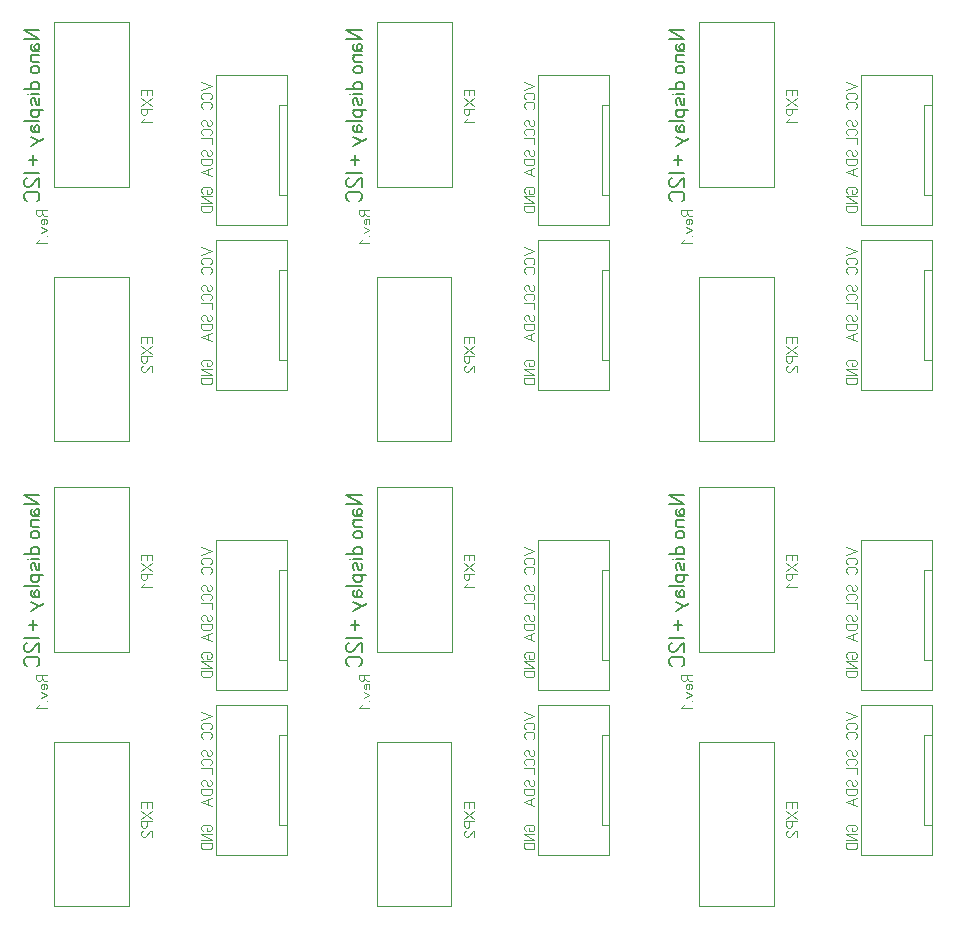
<source format=gbr>
%FSLAX34Y34*%
%MOMM*%
%LNSILK_BOTTOM*%
G71*
G01*
%ADD10C, 0.100*%
%ADD11C, 0.111*%
%ADD12C, 0.167*%
%LPD*%
G54D10*
X279400Y-215900D02*
X219075Y-215900D01*
G54D10*
X279400Y-88900D02*
X219075Y-88900D01*
X219075Y-215900D01*
G54D10*
X279400Y-215900D02*
X279400Y-88900D01*
G54D10*
X279400Y-190500D02*
X273050Y-190500D01*
X273050Y-114300D01*
X279400Y-114300D01*
G54D10*
X279400Y-355600D02*
X219075Y-355600D01*
G54D10*
X279400Y-228600D02*
X219075Y-228600D01*
X219075Y-355600D01*
G54D10*
X279400Y-355600D02*
X279400Y-228600D01*
G54D10*
X279400Y-330200D02*
X273050Y-330200D01*
X273050Y-254000D01*
X279400Y-254000D01*
G54D10*
X82550Y-44450D02*
X146050Y-44450D01*
X146050Y-184150D01*
X82550Y-184150D01*
X82550Y-44450D01*
G54D10*
X82550Y-260350D02*
X145250Y-260350D01*
X145250Y-399196D01*
X82550Y-399196D01*
X82550Y-260350D01*
G54D11*
X207011Y-95250D02*
X215900Y-98583D01*
X207011Y-101917D01*
G54D11*
X214233Y-109694D02*
X215344Y-109028D01*
X215900Y-107694D01*
X215900Y-106361D01*
X215344Y-105028D01*
X214233Y-104361D01*
X208678Y-104361D01*
X207567Y-105028D01*
X207011Y-106361D01*
X207011Y-107694D01*
X207567Y-109028D01*
X208678Y-109694D01*
G54D11*
X214233Y-117471D02*
X215344Y-116805D01*
X215900Y-115471D01*
X215900Y-114138D01*
X215344Y-112805D01*
X214233Y-112138D01*
X208678Y-112138D01*
X207567Y-112805D01*
X207011Y-114138D01*
X207011Y-115471D01*
X207567Y-116805D01*
X208678Y-117471D01*
G54D11*
X214233Y-127000D02*
X215344Y-127667D01*
X215900Y-129000D01*
X215900Y-130333D01*
X215344Y-131667D01*
X214233Y-132333D01*
X213122Y-132333D01*
X212011Y-131667D01*
X211456Y-130333D01*
X211456Y-129000D01*
X210900Y-127667D01*
X209789Y-127000D01*
X208678Y-127000D01*
X207567Y-127667D01*
X207011Y-129000D01*
X207011Y-130333D01*
X207567Y-131667D01*
X208678Y-132333D01*
G54D11*
X214233Y-140110D02*
X215344Y-139444D01*
X215900Y-138110D01*
X215900Y-136777D01*
X215344Y-135444D01*
X214233Y-134777D01*
X208678Y-134777D01*
X207567Y-135444D01*
X207011Y-136777D01*
X207011Y-138110D01*
X207567Y-139444D01*
X208678Y-140110D01*
G54D11*
X207011Y-142554D02*
X215900Y-142554D01*
X215900Y-147221D01*
G54D11*
X214233Y-152400D02*
X215344Y-153067D01*
X215900Y-154400D01*
X215900Y-155733D01*
X215344Y-157067D01*
X214233Y-157733D01*
X213122Y-157733D01*
X212011Y-157067D01*
X211456Y-155733D01*
X211456Y-154400D01*
X210900Y-153067D01*
X209789Y-152400D01*
X208678Y-152400D01*
X207567Y-153067D01*
X207011Y-154400D01*
X207011Y-155733D01*
X207567Y-157067D01*
X208678Y-157733D01*
G54D11*
X215900Y-160177D02*
X207011Y-160177D01*
X207011Y-163510D01*
X207567Y-164844D01*
X208678Y-165510D01*
X214233Y-165510D01*
X215344Y-164844D01*
X215900Y-163510D01*
X215900Y-160177D01*
G54D11*
X215900Y-167954D02*
X207011Y-171287D01*
X215900Y-174621D01*
G54D11*
X212567Y-169287D02*
X212567Y-173287D01*
G54D11*
X211456Y-186817D02*
X211456Y-189483D01*
X214233Y-189483D01*
X215344Y-188817D01*
X215900Y-187483D01*
X215900Y-186150D01*
X215344Y-184817D01*
X214233Y-184150D01*
X208678Y-184150D01*
X207567Y-184817D01*
X207011Y-186150D01*
X207011Y-187483D01*
X207567Y-188817D01*
X208678Y-189483D01*
G54D11*
X215900Y-191927D02*
X207011Y-191927D01*
X215900Y-197260D01*
X207011Y-197260D01*
G54D11*
X215900Y-199704D02*
X207011Y-199704D01*
X207011Y-203037D01*
X207567Y-204371D01*
X208678Y-205037D01*
X214233Y-205037D01*
X215344Y-204371D01*
X215900Y-203037D01*
X215900Y-199704D01*
G54D11*
X207011Y-234950D02*
X215900Y-238283D01*
X207011Y-241617D01*
G54D11*
X214233Y-249394D02*
X215344Y-248728D01*
X215900Y-247394D01*
X215900Y-246061D01*
X215344Y-244728D01*
X214233Y-244061D01*
X208678Y-244061D01*
X207567Y-244728D01*
X207011Y-246061D01*
X207011Y-247394D01*
X207567Y-248728D01*
X208678Y-249394D01*
G54D11*
X214233Y-257171D02*
X215344Y-256505D01*
X215900Y-255171D01*
X215900Y-253838D01*
X215344Y-252505D01*
X214233Y-251838D01*
X208678Y-251838D01*
X207567Y-252505D01*
X207011Y-253838D01*
X207011Y-255171D01*
X207567Y-256505D01*
X208678Y-257171D01*
G54D11*
X214233Y-266700D02*
X215344Y-267367D01*
X215900Y-268700D01*
X215900Y-270033D01*
X215344Y-271367D01*
X214233Y-272033D01*
X213122Y-272033D01*
X212011Y-271367D01*
X211456Y-270033D01*
X211456Y-268700D01*
X210900Y-267367D01*
X209789Y-266700D01*
X208678Y-266700D01*
X207567Y-267367D01*
X207011Y-268700D01*
X207011Y-270033D01*
X207567Y-271367D01*
X208678Y-272033D01*
G54D11*
X214233Y-279810D02*
X215344Y-279144D01*
X215900Y-277810D01*
X215900Y-276477D01*
X215344Y-275144D01*
X214233Y-274477D01*
X208678Y-274477D01*
X207567Y-275144D01*
X207011Y-276477D01*
X207011Y-277810D01*
X207567Y-279144D01*
X208678Y-279810D01*
G54D11*
X207011Y-282254D02*
X215900Y-282254D01*
X215900Y-286921D01*
G54D11*
X214233Y-292100D02*
X215344Y-292767D01*
X215900Y-294100D01*
X215900Y-295433D01*
X215344Y-296767D01*
X214233Y-297433D01*
X213122Y-297433D01*
X212011Y-296767D01*
X211456Y-295433D01*
X211456Y-294100D01*
X210900Y-292767D01*
X209789Y-292100D01*
X208678Y-292100D01*
X207567Y-292767D01*
X207011Y-294100D01*
X207011Y-295433D01*
X207567Y-296767D01*
X208678Y-297433D01*
G54D11*
X215900Y-299877D02*
X207011Y-299877D01*
X207011Y-303210D01*
X207567Y-304544D01*
X208678Y-305210D01*
X214233Y-305210D01*
X215344Y-304544D01*
X215900Y-303210D01*
X215900Y-299877D01*
G54D11*
X215900Y-307654D02*
X207011Y-310987D01*
X215900Y-314321D01*
G54D11*
X212567Y-308987D02*
X212567Y-312987D01*
G54D11*
X211456Y-332867D02*
X211456Y-335533D01*
X214233Y-335533D01*
X215344Y-334867D01*
X215900Y-333533D01*
X215900Y-332200D01*
X215344Y-330867D01*
X214233Y-330200D01*
X208678Y-330200D01*
X207567Y-330867D01*
X207011Y-332200D01*
X207011Y-333533D01*
X207567Y-334867D01*
X208678Y-335533D01*
G54D11*
X215900Y-337977D02*
X207011Y-337977D01*
X215900Y-343310D01*
X207011Y-343310D01*
G54D11*
X215900Y-345754D02*
X207011Y-345754D01*
X207011Y-349087D01*
X207567Y-350421D01*
X208678Y-351087D01*
X214233Y-351087D01*
X215344Y-350421D01*
X215900Y-349087D01*
X215900Y-345754D01*
G54D11*
X165100Y-106267D02*
X165100Y-101600D01*
X156211Y-101600D01*
X156211Y-106267D01*
G54D11*
X160656Y-101600D02*
X160656Y-106267D01*
G54D11*
X156211Y-108711D02*
X165100Y-115378D01*
G54D11*
X165100Y-108711D02*
X156211Y-115378D01*
G54D11*
X165100Y-117822D02*
X156211Y-117822D01*
X156211Y-121155D01*
X156767Y-122489D01*
X157878Y-123155D01*
X158989Y-123155D01*
X160100Y-122489D01*
X160656Y-121155D01*
X160656Y-117822D01*
G54D11*
X159544Y-125599D02*
X156211Y-128932D01*
X165100Y-128932D01*
G54D11*
X165100Y-315817D02*
X165100Y-311150D01*
X156211Y-311150D01*
X156211Y-315817D01*
G54D11*
X160656Y-311150D02*
X160656Y-315817D01*
G54D11*
X156211Y-318261D02*
X165100Y-324928D01*
G54D11*
X165100Y-318261D02*
X156211Y-324928D01*
G54D11*
X165100Y-327372D02*
X156211Y-327372D01*
X156211Y-330705D01*
X156767Y-332039D01*
X157878Y-332705D01*
X158989Y-332705D01*
X160100Y-332039D01*
X160656Y-330705D01*
X160656Y-327372D01*
G54D11*
X165100Y-340482D02*
X165100Y-335149D01*
X164544Y-335149D01*
X163433Y-335816D01*
X160100Y-339816D01*
X158989Y-340482D01*
X157878Y-340482D01*
X156767Y-339816D01*
X156211Y-338482D01*
X156211Y-337149D01*
X156767Y-335816D01*
X157878Y-335149D01*
G54D12*
X69850Y-50800D02*
X56517Y-50800D01*
X69850Y-58800D01*
X56517Y-58800D01*
G54D12*
X63183Y-62467D02*
X62350Y-64467D01*
X62350Y-66867D01*
X64017Y-68467D01*
X69850Y-68467D01*
G54D12*
X67350Y-68467D02*
X65683Y-67467D01*
X65350Y-65467D01*
X65683Y-63467D01*
X67350Y-62467D01*
X69017Y-62867D01*
X69850Y-64467D01*
X69850Y-65467D01*
X69850Y-65867D01*
X69017Y-67467D01*
X67350Y-68467D01*
G54D12*
X69850Y-72134D02*
X62350Y-72134D01*
G54D12*
X64017Y-72134D02*
X62850Y-73134D01*
X62350Y-75134D01*
X62850Y-77134D01*
X64017Y-78134D01*
X69850Y-78134D01*
G54D12*
X67850Y-87801D02*
X64517Y-87801D01*
X62850Y-86801D01*
X62350Y-84801D01*
X62850Y-82801D01*
X64517Y-81801D01*
X67850Y-81801D01*
X69517Y-82801D01*
X69850Y-84801D01*
X69517Y-86801D01*
X67850Y-87801D01*
G54D12*
X69850Y-101335D02*
X56517Y-101335D01*
G54D12*
X64517Y-101335D02*
X62850Y-100335D01*
X62350Y-98335D01*
X62850Y-96335D01*
X64517Y-95335D01*
X67850Y-95335D01*
X69517Y-96335D01*
X69850Y-98335D01*
X69517Y-100335D01*
X67850Y-101335D01*
G54D12*
X69850Y-105002D02*
X62350Y-105002D01*
G54D12*
X59850Y-105002D02*
X59850Y-105002D01*
G54D12*
X69017Y-108669D02*
X69850Y-110669D01*
X69850Y-112669D01*
X69017Y-114669D01*
X67350Y-114669D01*
X66517Y-113669D01*
X65683Y-109669D01*
X64850Y-108669D01*
X63183Y-108669D01*
X62350Y-110669D01*
X62350Y-112669D01*
X63183Y-114669D01*
G54D12*
X62350Y-118336D02*
X73183Y-118336D01*
G54D12*
X67350Y-118336D02*
X69517Y-119336D01*
X69850Y-121336D01*
X69517Y-123336D01*
X67850Y-124336D01*
X64517Y-124336D01*
X62850Y-123336D01*
X62350Y-121336D01*
X62850Y-119336D01*
X64850Y-118336D01*
G54D12*
X69850Y-128003D02*
X56517Y-128003D01*
G54D12*
X63183Y-131670D02*
X62350Y-133670D01*
X62350Y-136070D01*
X64017Y-137670D01*
X69850Y-137670D01*
G54D12*
X67350Y-137670D02*
X65683Y-136670D01*
X65350Y-134670D01*
X65683Y-132670D01*
X67350Y-131670D01*
X69017Y-132070D01*
X69850Y-133670D01*
X69850Y-134670D01*
X69850Y-135070D01*
X69017Y-136670D01*
X67350Y-137670D01*
G54D12*
X62350Y-141337D02*
X69850Y-145337D01*
X62350Y-149337D01*
G54D12*
X69850Y-145337D02*
X72350Y-144337D01*
X73183Y-143337D01*
X73183Y-142337D01*
G54D12*
X64017Y-156871D02*
X64017Y-164871D01*
G54D12*
X60683Y-160871D02*
X67350Y-160871D01*
G54D12*
X69850Y-172405D02*
X56517Y-172405D01*
G54D12*
X69850Y-184072D02*
X69850Y-176072D01*
X69017Y-176072D01*
X67350Y-177072D01*
X62350Y-183072D01*
X60683Y-184072D01*
X59017Y-184072D01*
X57350Y-183072D01*
X56517Y-181072D01*
X56517Y-179072D01*
X57350Y-177072D01*
X59017Y-176072D01*
G54D12*
X67350Y-195739D02*
X69017Y-194739D01*
X69850Y-192739D01*
X69850Y-190739D01*
X69017Y-188739D01*
X67350Y-187739D01*
X59017Y-187739D01*
X57350Y-188739D01*
X56517Y-190739D01*
X56517Y-192739D01*
X57350Y-194739D01*
X59017Y-195739D01*
G54D11*
X71756Y-205867D02*
X72867Y-207867D01*
X73978Y-208533D01*
X76200Y-208533D01*
G54D11*
X76200Y-203200D02*
X67311Y-203200D01*
X67311Y-206533D01*
X67867Y-207867D01*
X68978Y-208533D01*
X70089Y-208533D01*
X71200Y-207867D01*
X71756Y-206533D01*
X71756Y-203200D01*
G54D11*
X75644Y-214977D02*
X76200Y-213910D01*
X76200Y-212577D01*
X75644Y-211244D01*
X74533Y-210977D01*
X72644Y-210977D01*
X71533Y-211644D01*
X71200Y-212977D01*
X71533Y-214310D01*
X72311Y-214977D01*
X73422Y-214977D01*
X73422Y-210977D01*
G54D11*
X71200Y-217421D02*
X76200Y-220088D01*
X71200Y-222754D01*
G54D11*
X76200Y-225198D02*
X76200Y-225198D01*
G54D11*
X70644Y-227642D02*
X67311Y-230975D01*
X76200Y-230975D01*
G54D10*
X552450Y-215900D02*
X492125Y-215900D01*
G54D10*
X552450Y-88900D02*
X492125Y-88900D01*
X492125Y-215900D01*
G54D10*
X552450Y-215900D02*
X552450Y-88900D01*
G54D10*
X552450Y-190500D02*
X546100Y-190500D01*
X546100Y-114300D01*
X552450Y-114300D01*
G54D10*
X552450Y-355600D02*
X492125Y-355600D01*
G54D10*
X552450Y-228600D02*
X492125Y-228600D01*
X492125Y-355600D01*
G54D10*
X552450Y-355600D02*
X552450Y-228600D01*
G54D10*
X552450Y-330200D02*
X546100Y-330200D01*
X546100Y-254000D01*
X552450Y-254000D01*
G54D10*
X355600Y-44450D02*
X419100Y-44450D01*
X419100Y-184150D01*
X355600Y-184150D01*
X355600Y-44450D01*
G54D10*
X355600Y-260350D02*
X418300Y-260350D01*
X418300Y-399196D01*
X355600Y-399196D01*
X355600Y-260350D01*
G54D11*
X480061Y-95250D02*
X488950Y-98583D01*
X480061Y-101917D01*
G54D11*
X487283Y-109694D02*
X488394Y-109028D01*
X488950Y-107694D01*
X488950Y-106361D01*
X488394Y-105028D01*
X487283Y-104361D01*
X481728Y-104361D01*
X480617Y-105028D01*
X480061Y-106361D01*
X480061Y-107694D01*
X480617Y-109028D01*
X481728Y-109694D01*
G54D11*
X487283Y-117471D02*
X488394Y-116805D01*
X488950Y-115471D01*
X488950Y-114138D01*
X488394Y-112805D01*
X487283Y-112138D01*
X481728Y-112138D01*
X480617Y-112805D01*
X480061Y-114138D01*
X480061Y-115471D01*
X480617Y-116805D01*
X481728Y-117471D01*
G54D11*
X487283Y-127000D02*
X488394Y-127667D01*
X488950Y-129000D01*
X488950Y-130333D01*
X488394Y-131667D01*
X487283Y-132333D01*
X486172Y-132333D01*
X485061Y-131667D01*
X484506Y-130333D01*
X484506Y-129000D01*
X483950Y-127667D01*
X482839Y-127000D01*
X481728Y-127000D01*
X480617Y-127667D01*
X480061Y-129000D01*
X480061Y-130333D01*
X480617Y-131667D01*
X481728Y-132333D01*
G54D11*
X487283Y-140110D02*
X488394Y-139444D01*
X488950Y-138110D01*
X488950Y-136777D01*
X488394Y-135444D01*
X487283Y-134777D01*
X481728Y-134777D01*
X480617Y-135444D01*
X480061Y-136777D01*
X480061Y-138110D01*
X480617Y-139444D01*
X481728Y-140110D01*
G54D11*
X480061Y-142554D02*
X488950Y-142554D01*
X488950Y-147221D01*
G54D11*
X487283Y-152400D02*
X488394Y-153067D01*
X488950Y-154400D01*
X488950Y-155733D01*
X488394Y-157067D01*
X487283Y-157733D01*
X486172Y-157733D01*
X485061Y-157067D01*
X484506Y-155733D01*
X484506Y-154400D01*
X483950Y-153067D01*
X482839Y-152400D01*
X481728Y-152400D01*
X480617Y-153067D01*
X480061Y-154400D01*
X480061Y-155733D01*
X480617Y-157067D01*
X481728Y-157733D01*
G54D11*
X488950Y-160177D02*
X480061Y-160177D01*
X480061Y-163510D01*
X480617Y-164844D01*
X481728Y-165510D01*
X487283Y-165510D01*
X488394Y-164844D01*
X488950Y-163510D01*
X488950Y-160177D01*
G54D11*
X488950Y-167954D02*
X480061Y-171287D01*
X488950Y-174621D01*
G54D11*
X485617Y-169287D02*
X485617Y-173287D01*
G54D11*
X484506Y-186817D02*
X484506Y-189483D01*
X487283Y-189483D01*
X488394Y-188817D01*
X488950Y-187483D01*
X488950Y-186150D01*
X488394Y-184817D01*
X487283Y-184150D01*
X481728Y-184150D01*
X480617Y-184817D01*
X480061Y-186150D01*
X480061Y-187483D01*
X480617Y-188817D01*
X481728Y-189483D01*
G54D11*
X488950Y-191927D02*
X480061Y-191927D01*
X488950Y-197260D01*
X480061Y-197260D01*
G54D11*
X488950Y-199704D02*
X480061Y-199704D01*
X480061Y-203037D01*
X480617Y-204371D01*
X481728Y-205037D01*
X487283Y-205037D01*
X488394Y-204371D01*
X488950Y-203037D01*
X488950Y-199704D01*
G54D11*
X480061Y-234950D02*
X488950Y-238283D01*
X480061Y-241617D01*
G54D11*
X487283Y-249394D02*
X488394Y-248728D01*
X488950Y-247394D01*
X488950Y-246061D01*
X488394Y-244728D01*
X487283Y-244061D01*
X481728Y-244061D01*
X480617Y-244728D01*
X480061Y-246061D01*
X480061Y-247394D01*
X480617Y-248728D01*
X481728Y-249394D01*
G54D11*
X487283Y-257171D02*
X488394Y-256505D01*
X488950Y-255171D01*
X488950Y-253838D01*
X488394Y-252505D01*
X487283Y-251838D01*
X481728Y-251838D01*
X480617Y-252505D01*
X480061Y-253838D01*
X480061Y-255171D01*
X480617Y-256505D01*
X481728Y-257171D01*
G54D11*
X487283Y-266700D02*
X488394Y-267367D01*
X488950Y-268700D01*
X488950Y-270033D01*
X488394Y-271367D01*
X487283Y-272033D01*
X486172Y-272033D01*
X485061Y-271367D01*
X484506Y-270033D01*
X484506Y-268700D01*
X483950Y-267367D01*
X482839Y-266700D01*
X481728Y-266700D01*
X480617Y-267367D01*
X480061Y-268700D01*
X480061Y-270033D01*
X480617Y-271367D01*
X481728Y-272033D01*
G54D11*
X487283Y-279810D02*
X488394Y-279144D01*
X488950Y-277810D01*
X488950Y-276477D01*
X488394Y-275144D01*
X487283Y-274477D01*
X481728Y-274477D01*
X480617Y-275144D01*
X480061Y-276477D01*
X480061Y-277810D01*
X480617Y-279144D01*
X481728Y-279810D01*
G54D11*
X480061Y-282254D02*
X488950Y-282254D01*
X488950Y-286921D01*
G54D11*
X487283Y-292100D02*
X488394Y-292767D01*
X488950Y-294100D01*
X488950Y-295433D01*
X488394Y-296767D01*
X487283Y-297433D01*
X486172Y-297433D01*
X485061Y-296767D01*
X484506Y-295433D01*
X484506Y-294100D01*
X483950Y-292767D01*
X482839Y-292100D01*
X481728Y-292100D01*
X480617Y-292767D01*
X480061Y-294100D01*
X480061Y-295433D01*
X480617Y-296767D01*
X481728Y-297433D01*
G54D11*
X488950Y-299877D02*
X480061Y-299877D01*
X480061Y-303210D01*
X480617Y-304544D01*
X481728Y-305210D01*
X487283Y-305210D01*
X488394Y-304544D01*
X488950Y-303210D01*
X488950Y-299877D01*
G54D11*
X488950Y-307654D02*
X480061Y-310987D01*
X488950Y-314321D01*
G54D11*
X485617Y-308987D02*
X485617Y-312987D01*
G54D11*
X484506Y-332867D02*
X484506Y-335533D01*
X487283Y-335533D01*
X488394Y-334867D01*
X488950Y-333533D01*
X488950Y-332200D01*
X488394Y-330867D01*
X487283Y-330200D01*
X481728Y-330200D01*
X480617Y-330867D01*
X480061Y-332200D01*
X480061Y-333533D01*
X480617Y-334867D01*
X481728Y-335533D01*
G54D11*
X488950Y-337977D02*
X480061Y-337977D01*
X488950Y-343310D01*
X480061Y-343310D01*
G54D11*
X488950Y-345754D02*
X480061Y-345754D01*
X480061Y-349087D01*
X480617Y-350421D01*
X481728Y-351087D01*
X487283Y-351087D01*
X488394Y-350421D01*
X488950Y-349087D01*
X488950Y-345754D01*
G54D11*
X438150Y-106267D02*
X438150Y-101600D01*
X429261Y-101600D01*
X429261Y-106267D01*
G54D11*
X433706Y-101600D02*
X433706Y-106267D01*
G54D11*
X429261Y-108711D02*
X438150Y-115378D01*
G54D11*
X438150Y-108711D02*
X429261Y-115378D01*
G54D11*
X438150Y-117822D02*
X429261Y-117822D01*
X429261Y-121155D01*
X429817Y-122489D01*
X430928Y-123155D01*
X432039Y-123155D01*
X433150Y-122489D01*
X433706Y-121155D01*
X433706Y-117822D01*
G54D11*
X432594Y-125599D02*
X429261Y-128932D01*
X438150Y-128932D01*
G54D11*
X438150Y-315817D02*
X438150Y-311150D01*
X429261Y-311150D01*
X429261Y-315817D01*
G54D11*
X433706Y-311150D02*
X433706Y-315817D01*
G54D11*
X429261Y-318261D02*
X438150Y-324928D01*
G54D11*
X438150Y-318261D02*
X429261Y-324928D01*
G54D11*
X438150Y-327372D02*
X429261Y-327372D01*
X429261Y-330705D01*
X429817Y-332039D01*
X430928Y-332705D01*
X432039Y-332705D01*
X433150Y-332039D01*
X433706Y-330705D01*
X433706Y-327372D01*
G54D11*
X438150Y-340482D02*
X438150Y-335149D01*
X437594Y-335149D01*
X436483Y-335816D01*
X433150Y-339816D01*
X432039Y-340482D01*
X430928Y-340482D01*
X429817Y-339816D01*
X429261Y-338482D01*
X429261Y-337149D01*
X429817Y-335816D01*
X430928Y-335149D01*
G54D12*
X342900Y-50800D02*
X329567Y-50800D01*
X342900Y-58800D01*
X329567Y-58800D01*
G54D12*
X336233Y-62467D02*
X335400Y-64467D01*
X335400Y-66867D01*
X337067Y-68467D01*
X342900Y-68467D01*
G54D12*
X340400Y-68467D02*
X338733Y-67467D01*
X338400Y-65467D01*
X338733Y-63467D01*
X340400Y-62467D01*
X342067Y-62867D01*
X342900Y-64467D01*
X342900Y-65467D01*
X342900Y-65867D01*
X342067Y-67467D01*
X340400Y-68467D01*
G54D12*
X342900Y-72134D02*
X335400Y-72134D01*
G54D12*
X337067Y-72134D02*
X335900Y-73134D01*
X335400Y-75134D01*
X335900Y-77134D01*
X337067Y-78134D01*
X342900Y-78134D01*
G54D12*
X340900Y-87801D02*
X337567Y-87801D01*
X335900Y-86801D01*
X335400Y-84801D01*
X335900Y-82801D01*
X337567Y-81801D01*
X340900Y-81801D01*
X342567Y-82801D01*
X342900Y-84801D01*
X342567Y-86801D01*
X340900Y-87801D01*
G54D12*
X342900Y-101335D02*
X329567Y-101335D01*
G54D12*
X337567Y-101335D02*
X335900Y-100335D01*
X335400Y-98335D01*
X335900Y-96335D01*
X337567Y-95335D01*
X340900Y-95335D01*
X342567Y-96335D01*
X342900Y-98335D01*
X342567Y-100335D01*
X340900Y-101335D01*
G54D12*
X342900Y-105002D02*
X335400Y-105002D01*
G54D12*
X332900Y-105002D02*
X332900Y-105002D01*
G54D12*
X342067Y-108669D02*
X342900Y-110669D01*
X342900Y-112669D01*
X342067Y-114669D01*
X340400Y-114669D01*
X339567Y-113669D01*
X338733Y-109669D01*
X337900Y-108669D01*
X336233Y-108669D01*
X335400Y-110669D01*
X335400Y-112669D01*
X336233Y-114669D01*
G54D12*
X335400Y-118336D02*
X346233Y-118336D01*
G54D12*
X340400Y-118336D02*
X342567Y-119336D01*
X342900Y-121336D01*
X342567Y-123336D01*
X340900Y-124336D01*
X337567Y-124336D01*
X335900Y-123336D01*
X335400Y-121336D01*
X335900Y-119336D01*
X337900Y-118336D01*
G54D12*
X342900Y-128003D02*
X329567Y-128003D01*
G54D12*
X336233Y-131670D02*
X335400Y-133670D01*
X335400Y-136070D01*
X337067Y-137670D01*
X342900Y-137670D01*
G54D12*
X340400Y-137670D02*
X338733Y-136670D01*
X338400Y-134670D01*
X338733Y-132670D01*
X340400Y-131670D01*
X342067Y-132070D01*
X342900Y-133670D01*
X342900Y-134670D01*
X342900Y-135070D01*
X342067Y-136670D01*
X340400Y-137670D01*
G54D12*
X335400Y-141337D02*
X342900Y-145337D01*
X335400Y-149337D01*
G54D12*
X342900Y-145337D02*
X345400Y-144337D01*
X346233Y-143337D01*
X346233Y-142337D01*
G54D12*
X337067Y-156871D02*
X337067Y-164871D01*
G54D12*
X333733Y-160871D02*
X340400Y-160871D01*
G54D12*
X342900Y-172405D02*
X329567Y-172405D01*
G54D12*
X342900Y-184072D02*
X342900Y-176072D01*
X342067Y-176072D01*
X340400Y-177072D01*
X335400Y-183072D01*
X333733Y-184072D01*
X332067Y-184072D01*
X330400Y-183072D01*
X329567Y-181072D01*
X329567Y-179072D01*
X330400Y-177072D01*
X332067Y-176072D01*
G54D12*
X340400Y-195739D02*
X342067Y-194739D01*
X342900Y-192739D01*
X342900Y-190739D01*
X342067Y-188739D01*
X340400Y-187739D01*
X332067Y-187739D01*
X330400Y-188739D01*
X329567Y-190739D01*
X329567Y-192739D01*
X330400Y-194739D01*
X332067Y-195739D01*
G54D11*
X344806Y-205867D02*
X345917Y-207867D01*
X347028Y-208533D01*
X349250Y-208533D01*
G54D11*
X349250Y-203200D02*
X340361Y-203200D01*
X340361Y-206533D01*
X340917Y-207867D01*
X342028Y-208533D01*
X343139Y-208533D01*
X344250Y-207867D01*
X344806Y-206533D01*
X344806Y-203200D01*
G54D11*
X348694Y-214977D02*
X349250Y-213910D01*
X349250Y-212577D01*
X348694Y-211244D01*
X347583Y-210977D01*
X345694Y-210977D01*
X344583Y-211644D01*
X344250Y-212977D01*
X344583Y-214310D01*
X345361Y-214977D01*
X346472Y-214977D01*
X346472Y-210977D01*
G54D11*
X344250Y-217421D02*
X349250Y-220088D01*
X344250Y-222754D01*
G54D11*
X349250Y-225198D02*
X349250Y-225198D01*
G54D11*
X343694Y-227642D02*
X340361Y-230975D01*
X349250Y-230975D01*
G54D10*
X825500Y-215900D02*
X765175Y-215900D01*
G54D10*
X825500Y-88900D02*
X765175Y-88900D01*
X765175Y-215900D01*
G54D10*
X825500Y-215900D02*
X825500Y-88900D01*
G54D10*
X825500Y-190500D02*
X819150Y-190500D01*
X819150Y-114300D01*
X825500Y-114300D01*
G54D10*
X825500Y-355600D02*
X765175Y-355600D01*
G54D10*
X825500Y-228600D02*
X765175Y-228600D01*
X765175Y-355600D01*
G54D10*
X825500Y-355600D02*
X825500Y-228600D01*
G54D10*
X825500Y-330200D02*
X819150Y-330200D01*
X819150Y-254000D01*
X825500Y-254000D01*
G54D10*
X628650Y-44450D02*
X692150Y-44450D01*
X692150Y-184150D01*
X628650Y-184150D01*
X628650Y-44450D01*
G54D10*
X628650Y-260350D02*
X691350Y-260350D01*
X691350Y-399196D01*
X628650Y-399196D01*
X628650Y-260350D01*
G54D11*
X753111Y-95250D02*
X762000Y-98583D01*
X753111Y-101917D01*
G54D11*
X760333Y-109694D02*
X761444Y-109028D01*
X762000Y-107694D01*
X762000Y-106361D01*
X761444Y-105028D01*
X760333Y-104361D01*
X754778Y-104361D01*
X753667Y-105028D01*
X753111Y-106361D01*
X753111Y-107694D01*
X753667Y-109028D01*
X754778Y-109694D01*
G54D11*
X760333Y-117471D02*
X761444Y-116805D01*
X762000Y-115471D01*
X762000Y-114138D01*
X761444Y-112805D01*
X760333Y-112138D01*
X754778Y-112138D01*
X753667Y-112805D01*
X753111Y-114138D01*
X753111Y-115471D01*
X753667Y-116805D01*
X754778Y-117471D01*
G54D11*
X760333Y-127000D02*
X761444Y-127667D01*
X762000Y-129000D01*
X762000Y-130333D01*
X761444Y-131667D01*
X760333Y-132333D01*
X759222Y-132333D01*
X758111Y-131667D01*
X757556Y-130333D01*
X757556Y-129000D01*
X757000Y-127667D01*
X755889Y-127000D01*
X754778Y-127000D01*
X753667Y-127667D01*
X753111Y-129000D01*
X753111Y-130333D01*
X753667Y-131667D01*
X754778Y-132333D01*
G54D11*
X760333Y-140110D02*
X761444Y-139444D01*
X762000Y-138110D01*
X762000Y-136777D01*
X761444Y-135444D01*
X760333Y-134777D01*
X754778Y-134777D01*
X753667Y-135444D01*
X753111Y-136777D01*
X753111Y-138110D01*
X753667Y-139444D01*
X754778Y-140110D01*
G54D11*
X753111Y-142554D02*
X762000Y-142554D01*
X762000Y-147221D01*
G54D11*
X760333Y-152400D02*
X761444Y-153067D01*
X762000Y-154400D01*
X762000Y-155733D01*
X761444Y-157067D01*
X760333Y-157733D01*
X759222Y-157733D01*
X758111Y-157067D01*
X757556Y-155733D01*
X757556Y-154400D01*
X757000Y-153067D01*
X755889Y-152400D01*
X754778Y-152400D01*
X753667Y-153067D01*
X753111Y-154400D01*
X753111Y-155733D01*
X753667Y-157067D01*
X754778Y-157733D01*
G54D11*
X762000Y-160177D02*
X753111Y-160177D01*
X753111Y-163510D01*
X753667Y-164844D01*
X754778Y-165510D01*
X760333Y-165510D01*
X761444Y-164844D01*
X762000Y-163510D01*
X762000Y-160177D01*
G54D11*
X762000Y-167954D02*
X753111Y-171287D01*
X762000Y-174621D01*
G54D11*
X758667Y-169287D02*
X758667Y-173287D01*
G54D11*
X757556Y-186817D02*
X757556Y-189483D01*
X760333Y-189483D01*
X761444Y-188817D01*
X762000Y-187483D01*
X762000Y-186150D01*
X761444Y-184817D01*
X760333Y-184150D01*
X754778Y-184150D01*
X753667Y-184817D01*
X753111Y-186150D01*
X753111Y-187483D01*
X753667Y-188817D01*
X754778Y-189483D01*
G54D11*
X762000Y-191927D02*
X753111Y-191927D01*
X762000Y-197260D01*
X753111Y-197260D01*
G54D11*
X762000Y-199704D02*
X753111Y-199704D01*
X753111Y-203037D01*
X753667Y-204371D01*
X754778Y-205037D01*
X760333Y-205037D01*
X761444Y-204371D01*
X762000Y-203037D01*
X762000Y-199704D01*
G54D11*
X753111Y-234950D02*
X762000Y-238283D01*
X753111Y-241617D01*
G54D11*
X760333Y-249394D02*
X761444Y-248728D01*
X762000Y-247394D01*
X762000Y-246061D01*
X761444Y-244728D01*
X760333Y-244061D01*
X754778Y-244061D01*
X753667Y-244728D01*
X753111Y-246061D01*
X753111Y-247394D01*
X753667Y-248728D01*
X754778Y-249394D01*
G54D11*
X760333Y-257171D02*
X761444Y-256505D01*
X762000Y-255171D01*
X762000Y-253838D01*
X761444Y-252505D01*
X760333Y-251838D01*
X754778Y-251838D01*
X753667Y-252505D01*
X753111Y-253838D01*
X753111Y-255171D01*
X753667Y-256505D01*
X754778Y-257171D01*
G54D11*
X760333Y-266700D02*
X761444Y-267367D01*
X762000Y-268700D01*
X762000Y-270033D01*
X761444Y-271367D01*
X760333Y-272033D01*
X759222Y-272033D01*
X758111Y-271367D01*
X757556Y-270033D01*
X757556Y-268700D01*
X757000Y-267367D01*
X755889Y-266700D01*
X754778Y-266700D01*
X753667Y-267367D01*
X753111Y-268700D01*
X753111Y-270033D01*
X753667Y-271367D01*
X754778Y-272033D01*
G54D11*
X760333Y-279810D02*
X761444Y-279144D01*
X762000Y-277810D01*
X762000Y-276477D01*
X761444Y-275144D01*
X760333Y-274477D01*
X754778Y-274477D01*
X753667Y-275144D01*
X753111Y-276477D01*
X753111Y-277810D01*
X753667Y-279144D01*
X754778Y-279810D01*
G54D11*
X753111Y-282254D02*
X762000Y-282254D01*
X762000Y-286921D01*
G54D11*
X760333Y-292100D02*
X761444Y-292767D01*
X762000Y-294100D01*
X762000Y-295433D01*
X761444Y-296767D01*
X760333Y-297433D01*
X759222Y-297433D01*
X758111Y-296767D01*
X757556Y-295433D01*
X757556Y-294100D01*
X757000Y-292767D01*
X755889Y-292100D01*
X754778Y-292100D01*
X753667Y-292767D01*
X753111Y-294100D01*
X753111Y-295433D01*
X753667Y-296767D01*
X754778Y-297433D01*
G54D11*
X762000Y-299877D02*
X753111Y-299877D01*
X753111Y-303210D01*
X753667Y-304544D01*
X754778Y-305210D01*
X760333Y-305210D01*
X761444Y-304544D01*
X762000Y-303210D01*
X762000Y-299877D01*
G54D11*
X762000Y-307654D02*
X753111Y-310987D01*
X762000Y-314321D01*
G54D11*
X758667Y-308987D02*
X758667Y-312987D01*
G54D11*
X757556Y-332867D02*
X757556Y-335533D01*
X760333Y-335533D01*
X761444Y-334867D01*
X762000Y-333533D01*
X762000Y-332200D01*
X761444Y-330867D01*
X760333Y-330200D01*
X754778Y-330200D01*
X753667Y-330867D01*
X753111Y-332200D01*
X753111Y-333533D01*
X753667Y-334867D01*
X754778Y-335533D01*
G54D11*
X762000Y-337977D02*
X753111Y-337977D01*
X762000Y-343310D01*
X753111Y-343310D01*
G54D11*
X762000Y-345754D02*
X753111Y-345754D01*
X753111Y-349087D01*
X753667Y-350421D01*
X754778Y-351087D01*
X760333Y-351087D01*
X761444Y-350421D01*
X762000Y-349087D01*
X762000Y-345754D01*
G54D11*
X711200Y-106267D02*
X711200Y-101600D01*
X702311Y-101600D01*
X702311Y-106267D01*
G54D11*
X706756Y-101600D02*
X706756Y-106267D01*
G54D11*
X702311Y-108711D02*
X711200Y-115378D01*
G54D11*
X711200Y-108711D02*
X702311Y-115378D01*
G54D11*
X711200Y-117822D02*
X702311Y-117822D01*
X702311Y-121155D01*
X702867Y-122489D01*
X703978Y-123155D01*
X705089Y-123155D01*
X706200Y-122489D01*
X706756Y-121155D01*
X706756Y-117822D01*
G54D11*
X705644Y-125599D02*
X702311Y-128932D01*
X711200Y-128932D01*
G54D11*
X711200Y-315817D02*
X711200Y-311150D01*
X702311Y-311150D01*
X702311Y-315817D01*
G54D11*
X706756Y-311150D02*
X706756Y-315817D01*
G54D11*
X702311Y-318261D02*
X711200Y-324928D01*
G54D11*
X711200Y-318261D02*
X702311Y-324928D01*
G54D11*
X711200Y-327372D02*
X702311Y-327372D01*
X702311Y-330705D01*
X702867Y-332039D01*
X703978Y-332705D01*
X705089Y-332705D01*
X706200Y-332039D01*
X706756Y-330705D01*
X706756Y-327372D01*
G54D11*
X711200Y-340482D02*
X711200Y-335149D01*
X710644Y-335149D01*
X709533Y-335816D01*
X706200Y-339816D01*
X705089Y-340482D01*
X703978Y-340482D01*
X702867Y-339816D01*
X702311Y-338482D01*
X702311Y-337149D01*
X702867Y-335816D01*
X703978Y-335149D01*
G54D12*
X615950Y-50800D02*
X602617Y-50800D01*
X615950Y-58800D01*
X602617Y-58800D01*
G54D12*
X609283Y-62467D02*
X608450Y-64467D01*
X608450Y-66867D01*
X610117Y-68467D01*
X615950Y-68467D01*
G54D12*
X613450Y-68467D02*
X611783Y-67467D01*
X611450Y-65467D01*
X611783Y-63467D01*
X613450Y-62467D01*
X615117Y-62867D01*
X615950Y-64467D01*
X615950Y-65467D01*
X615950Y-65867D01*
X615117Y-67467D01*
X613450Y-68467D01*
G54D12*
X615950Y-72134D02*
X608450Y-72134D01*
G54D12*
X610117Y-72134D02*
X608950Y-73134D01*
X608450Y-75134D01*
X608950Y-77134D01*
X610117Y-78134D01*
X615950Y-78134D01*
G54D12*
X613950Y-87801D02*
X610617Y-87801D01*
X608950Y-86801D01*
X608450Y-84801D01*
X608950Y-82801D01*
X610617Y-81801D01*
X613950Y-81801D01*
X615617Y-82801D01*
X615950Y-84801D01*
X615617Y-86801D01*
X613950Y-87801D01*
G54D12*
X615950Y-101335D02*
X602617Y-101335D01*
G54D12*
X610617Y-101335D02*
X608950Y-100335D01*
X608450Y-98335D01*
X608950Y-96335D01*
X610617Y-95335D01*
X613950Y-95335D01*
X615617Y-96335D01*
X615950Y-98335D01*
X615617Y-100335D01*
X613950Y-101335D01*
G54D12*
X615950Y-105002D02*
X608450Y-105002D01*
G54D12*
X605950Y-105002D02*
X605950Y-105002D01*
G54D12*
X615117Y-108669D02*
X615950Y-110669D01*
X615950Y-112669D01*
X615117Y-114669D01*
X613450Y-114669D01*
X612617Y-113669D01*
X611783Y-109669D01*
X610950Y-108669D01*
X609283Y-108669D01*
X608450Y-110669D01*
X608450Y-112669D01*
X609283Y-114669D01*
G54D12*
X608450Y-118336D02*
X619283Y-118336D01*
G54D12*
X613450Y-118336D02*
X615617Y-119336D01*
X615950Y-121336D01*
X615617Y-123336D01*
X613950Y-124336D01*
X610617Y-124336D01*
X608950Y-123336D01*
X608450Y-121336D01*
X608950Y-119336D01*
X610950Y-118336D01*
G54D12*
X615950Y-128003D02*
X602617Y-128003D01*
G54D12*
X609283Y-131670D02*
X608450Y-133670D01*
X608450Y-136070D01*
X610117Y-137670D01*
X615950Y-137670D01*
G54D12*
X613450Y-137670D02*
X611783Y-136670D01*
X611450Y-134670D01*
X611783Y-132670D01*
X613450Y-131670D01*
X615117Y-132070D01*
X615950Y-133670D01*
X615950Y-134670D01*
X615950Y-135070D01*
X615117Y-136670D01*
X613450Y-137670D01*
G54D12*
X608450Y-141337D02*
X615950Y-145337D01*
X608450Y-149337D01*
G54D12*
X615950Y-145337D02*
X618450Y-144337D01*
X619283Y-143337D01*
X619283Y-142337D01*
G54D12*
X610117Y-156871D02*
X610117Y-164871D01*
G54D12*
X606783Y-160871D02*
X613450Y-160871D01*
G54D12*
X615950Y-172405D02*
X602617Y-172405D01*
G54D12*
X615950Y-184072D02*
X615950Y-176072D01*
X615117Y-176072D01*
X613450Y-177072D01*
X608450Y-183072D01*
X606783Y-184072D01*
X605117Y-184072D01*
X603450Y-183072D01*
X602617Y-181072D01*
X602617Y-179072D01*
X603450Y-177072D01*
X605117Y-176072D01*
G54D12*
X613450Y-195739D02*
X615117Y-194739D01*
X615950Y-192739D01*
X615950Y-190739D01*
X615117Y-188739D01*
X613450Y-187739D01*
X605117Y-187739D01*
X603450Y-188739D01*
X602617Y-190739D01*
X602617Y-192739D01*
X603450Y-194739D01*
X605117Y-195739D01*
G54D11*
X617856Y-205867D02*
X618967Y-207867D01*
X620078Y-208533D01*
X622300Y-208533D01*
G54D11*
X622300Y-203200D02*
X613411Y-203200D01*
X613411Y-206533D01*
X613967Y-207867D01*
X615078Y-208533D01*
X616189Y-208533D01*
X617300Y-207867D01*
X617856Y-206533D01*
X617856Y-203200D01*
G54D11*
X621744Y-214977D02*
X622300Y-213910D01*
X622300Y-212577D01*
X621744Y-211244D01*
X620633Y-210977D01*
X618744Y-210977D01*
X617633Y-211644D01*
X617300Y-212977D01*
X617633Y-214310D01*
X618411Y-214977D01*
X619522Y-214977D01*
X619522Y-210977D01*
G54D11*
X617300Y-217421D02*
X622300Y-220088D01*
X617300Y-222754D01*
G54D11*
X622300Y-225198D02*
X622300Y-225198D01*
G54D11*
X616744Y-227642D02*
X613411Y-230975D01*
X622300Y-230975D01*
G54D10*
X279400Y-609600D02*
X219075Y-609600D01*
G54D10*
X279400Y-482600D02*
X219075Y-482600D01*
X219075Y-609600D01*
G54D10*
X279400Y-609600D02*
X279400Y-482600D01*
G54D10*
X279400Y-584200D02*
X273050Y-584200D01*
X273050Y-508000D01*
X279400Y-508000D01*
G54D10*
X279400Y-749300D02*
X219075Y-749300D01*
G54D10*
X279400Y-622300D02*
X219075Y-622300D01*
X219075Y-749300D01*
G54D10*
X279400Y-749300D02*
X279400Y-622300D01*
G54D10*
X279400Y-723900D02*
X273050Y-723900D01*
X273050Y-647700D01*
X279400Y-647700D01*
G54D10*
X82550Y-438150D02*
X146050Y-438150D01*
X146050Y-577850D01*
X82550Y-577850D01*
X82550Y-438150D01*
G54D10*
X82550Y-654050D02*
X145250Y-654050D01*
X145250Y-792896D01*
X82550Y-792896D01*
X82550Y-654050D01*
G54D11*
X207011Y-488950D02*
X215900Y-492283D01*
X207011Y-495617D01*
G54D11*
X214233Y-503394D02*
X215344Y-502728D01*
X215900Y-501394D01*
X215900Y-500061D01*
X215344Y-498728D01*
X214233Y-498061D01*
X208678Y-498061D01*
X207567Y-498728D01*
X207011Y-500061D01*
X207011Y-501394D01*
X207567Y-502728D01*
X208678Y-503394D01*
G54D11*
X214233Y-511171D02*
X215344Y-510505D01*
X215900Y-509171D01*
X215900Y-507838D01*
X215344Y-506505D01*
X214233Y-505838D01*
X208678Y-505838D01*
X207567Y-506505D01*
X207011Y-507838D01*
X207011Y-509171D01*
X207567Y-510505D01*
X208678Y-511171D01*
G54D11*
X214233Y-520700D02*
X215344Y-521367D01*
X215900Y-522700D01*
X215900Y-524033D01*
X215344Y-525367D01*
X214233Y-526033D01*
X213122Y-526033D01*
X212011Y-525367D01*
X211456Y-524033D01*
X211456Y-522700D01*
X210900Y-521367D01*
X209789Y-520700D01*
X208678Y-520700D01*
X207567Y-521367D01*
X207011Y-522700D01*
X207011Y-524033D01*
X207567Y-525367D01*
X208678Y-526033D01*
G54D11*
X214233Y-533810D02*
X215344Y-533144D01*
X215900Y-531810D01*
X215900Y-530477D01*
X215344Y-529144D01*
X214233Y-528477D01*
X208678Y-528477D01*
X207567Y-529144D01*
X207011Y-530477D01*
X207011Y-531810D01*
X207567Y-533144D01*
X208678Y-533810D01*
G54D11*
X207011Y-536254D02*
X215900Y-536254D01*
X215900Y-540921D01*
G54D11*
X214233Y-546100D02*
X215344Y-546767D01*
X215900Y-548100D01*
X215900Y-549433D01*
X215344Y-550767D01*
X214233Y-551433D01*
X213122Y-551433D01*
X212011Y-550767D01*
X211456Y-549433D01*
X211456Y-548100D01*
X210900Y-546767D01*
X209789Y-546100D01*
X208678Y-546100D01*
X207567Y-546767D01*
X207011Y-548100D01*
X207011Y-549433D01*
X207567Y-550767D01*
X208678Y-551433D01*
G54D11*
X215900Y-553877D02*
X207011Y-553877D01*
X207011Y-557210D01*
X207567Y-558544D01*
X208678Y-559210D01*
X214233Y-559210D01*
X215344Y-558544D01*
X215900Y-557210D01*
X215900Y-553877D01*
G54D11*
X215900Y-561654D02*
X207011Y-564987D01*
X215900Y-568321D01*
G54D11*
X212567Y-562987D02*
X212567Y-566987D01*
G54D11*
X211456Y-580517D02*
X211456Y-583183D01*
X214233Y-583183D01*
X215344Y-582517D01*
X215900Y-581183D01*
X215900Y-579850D01*
X215344Y-578517D01*
X214233Y-577850D01*
X208678Y-577850D01*
X207567Y-578517D01*
X207011Y-579850D01*
X207011Y-581183D01*
X207567Y-582517D01*
X208678Y-583183D01*
G54D11*
X215900Y-585627D02*
X207011Y-585627D01*
X215900Y-590960D01*
X207011Y-590960D01*
G54D11*
X215900Y-593404D02*
X207011Y-593404D01*
X207011Y-596737D01*
X207567Y-598071D01*
X208678Y-598737D01*
X214233Y-598737D01*
X215344Y-598071D01*
X215900Y-596737D01*
X215900Y-593404D01*
G54D11*
X207011Y-628650D02*
X215900Y-631983D01*
X207011Y-635317D01*
G54D11*
X214233Y-643094D02*
X215344Y-642428D01*
X215900Y-641094D01*
X215900Y-639761D01*
X215344Y-638428D01*
X214233Y-637761D01*
X208678Y-637761D01*
X207567Y-638428D01*
X207011Y-639761D01*
X207011Y-641094D01*
X207567Y-642428D01*
X208678Y-643094D01*
G54D11*
X214233Y-650871D02*
X215344Y-650205D01*
X215900Y-648871D01*
X215900Y-647538D01*
X215344Y-646205D01*
X214233Y-645538D01*
X208678Y-645538D01*
X207567Y-646205D01*
X207011Y-647538D01*
X207011Y-648871D01*
X207567Y-650205D01*
X208678Y-650871D01*
G54D11*
X214233Y-660400D02*
X215344Y-661067D01*
X215900Y-662400D01*
X215900Y-663733D01*
X215344Y-665067D01*
X214233Y-665733D01*
X213122Y-665733D01*
X212011Y-665067D01*
X211456Y-663733D01*
X211456Y-662400D01*
X210900Y-661067D01*
X209789Y-660400D01*
X208678Y-660400D01*
X207567Y-661067D01*
X207011Y-662400D01*
X207011Y-663733D01*
X207567Y-665067D01*
X208678Y-665733D01*
G54D11*
X214233Y-673510D02*
X215344Y-672844D01*
X215900Y-671510D01*
X215900Y-670177D01*
X215344Y-668844D01*
X214233Y-668177D01*
X208678Y-668177D01*
X207567Y-668844D01*
X207011Y-670177D01*
X207011Y-671510D01*
X207567Y-672844D01*
X208678Y-673510D01*
G54D11*
X207011Y-675954D02*
X215900Y-675954D01*
X215900Y-680621D01*
G54D11*
X214233Y-685800D02*
X215344Y-686467D01*
X215900Y-687800D01*
X215900Y-689133D01*
X215344Y-690467D01*
X214233Y-691133D01*
X213122Y-691133D01*
X212011Y-690467D01*
X211456Y-689133D01*
X211456Y-687800D01*
X210900Y-686467D01*
X209789Y-685800D01*
X208678Y-685800D01*
X207567Y-686467D01*
X207011Y-687800D01*
X207011Y-689133D01*
X207567Y-690467D01*
X208678Y-691133D01*
G54D11*
X215900Y-693577D02*
X207011Y-693577D01*
X207011Y-696910D01*
X207567Y-698244D01*
X208678Y-698910D01*
X214233Y-698910D01*
X215344Y-698244D01*
X215900Y-696910D01*
X215900Y-693577D01*
G54D11*
X215900Y-701354D02*
X207011Y-704687D01*
X215900Y-708021D01*
G54D11*
X212567Y-702687D02*
X212567Y-706687D01*
G54D11*
X211456Y-726567D02*
X211456Y-729233D01*
X214233Y-729233D01*
X215344Y-728567D01*
X215900Y-727233D01*
X215900Y-725900D01*
X215344Y-724567D01*
X214233Y-723900D01*
X208678Y-723900D01*
X207567Y-724567D01*
X207011Y-725900D01*
X207011Y-727233D01*
X207567Y-728567D01*
X208678Y-729233D01*
G54D11*
X215900Y-731677D02*
X207011Y-731677D01*
X215900Y-737010D01*
X207011Y-737010D01*
G54D11*
X215900Y-739454D02*
X207011Y-739454D01*
X207011Y-742787D01*
X207567Y-744121D01*
X208678Y-744787D01*
X214233Y-744787D01*
X215344Y-744121D01*
X215900Y-742787D01*
X215900Y-739454D01*
G54D11*
X165100Y-499967D02*
X165100Y-495300D01*
X156211Y-495300D01*
X156211Y-499967D01*
G54D11*
X160656Y-495300D02*
X160656Y-499967D01*
G54D11*
X156211Y-502411D02*
X165100Y-509078D01*
G54D11*
X165100Y-502411D02*
X156211Y-509078D01*
G54D11*
X165100Y-511522D02*
X156211Y-511522D01*
X156211Y-514855D01*
X156767Y-516189D01*
X157878Y-516855D01*
X158989Y-516855D01*
X160100Y-516189D01*
X160656Y-514855D01*
X160656Y-511522D01*
G54D11*
X159544Y-519299D02*
X156211Y-522632D01*
X165100Y-522632D01*
G54D11*
X165100Y-709517D02*
X165100Y-704850D01*
X156211Y-704850D01*
X156211Y-709517D01*
G54D11*
X160656Y-704850D02*
X160656Y-709517D01*
G54D11*
X156211Y-711961D02*
X165100Y-718628D01*
G54D11*
X165100Y-711961D02*
X156211Y-718628D01*
G54D11*
X165100Y-721072D02*
X156211Y-721072D01*
X156211Y-724405D01*
X156767Y-725739D01*
X157878Y-726405D01*
X158989Y-726405D01*
X160100Y-725739D01*
X160656Y-724405D01*
X160656Y-721072D01*
G54D11*
X165100Y-734182D02*
X165100Y-728849D01*
X164544Y-728849D01*
X163433Y-729516D01*
X160100Y-733516D01*
X158989Y-734182D01*
X157878Y-734182D01*
X156767Y-733516D01*
X156211Y-732182D01*
X156211Y-730849D01*
X156767Y-729516D01*
X157878Y-728849D01*
G54D12*
X69850Y-444500D02*
X56517Y-444500D01*
X69850Y-452500D01*
X56517Y-452500D01*
G54D12*
X63183Y-456167D02*
X62350Y-458167D01*
X62350Y-460567D01*
X64017Y-462167D01*
X69850Y-462167D01*
G54D12*
X67350Y-462167D02*
X65683Y-461167D01*
X65350Y-459167D01*
X65683Y-457167D01*
X67350Y-456167D01*
X69017Y-456567D01*
X69850Y-458167D01*
X69850Y-459167D01*
X69850Y-459567D01*
X69017Y-461167D01*
X67350Y-462167D01*
G54D12*
X69850Y-465834D02*
X62350Y-465834D01*
G54D12*
X64017Y-465834D02*
X62850Y-466834D01*
X62350Y-468834D01*
X62850Y-470834D01*
X64017Y-471834D01*
X69850Y-471834D01*
G54D12*
X67850Y-481501D02*
X64517Y-481501D01*
X62850Y-480501D01*
X62350Y-478501D01*
X62850Y-476501D01*
X64517Y-475501D01*
X67850Y-475501D01*
X69517Y-476501D01*
X69850Y-478501D01*
X69517Y-480501D01*
X67850Y-481501D01*
G54D12*
X69850Y-495035D02*
X56517Y-495035D01*
G54D12*
X64517Y-495035D02*
X62850Y-494035D01*
X62350Y-492035D01*
X62850Y-490035D01*
X64517Y-489035D01*
X67850Y-489035D01*
X69517Y-490035D01*
X69850Y-492035D01*
X69517Y-494035D01*
X67850Y-495035D01*
G54D12*
X69850Y-498702D02*
X62350Y-498702D01*
G54D12*
X59850Y-498702D02*
X59850Y-498702D01*
G54D12*
X69017Y-502369D02*
X69850Y-504369D01*
X69850Y-506369D01*
X69017Y-508369D01*
X67350Y-508369D01*
X66517Y-507369D01*
X65683Y-503369D01*
X64850Y-502369D01*
X63183Y-502369D01*
X62350Y-504369D01*
X62350Y-506369D01*
X63183Y-508369D01*
G54D12*
X62350Y-512036D02*
X73183Y-512036D01*
G54D12*
X67350Y-512036D02*
X69517Y-513036D01*
X69850Y-515036D01*
X69517Y-517036D01*
X67850Y-518036D01*
X64517Y-518036D01*
X62850Y-517036D01*
X62350Y-515036D01*
X62850Y-513036D01*
X64850Y-512036D01*
G54D12*
X69850Y-521703D02*
X56517Y-521703D01*
G54D12*
X63183Y-525370D02*
X62350Y-527370D01*
X62350Y-529770D01*
X64017Y-531370D01*
X69850Y-531370D01*
G54D12*
X67350Y-531370D02*
X65683Y-530370D01*
X65350Y-528370D01*
X65683Y-526370D01*
X67350Y-525370D01*
X69017Y-525770D01*
X69850Y-527370D01*
X69850Y-528370D01*
X69850Y-528770D01*
X69017Y-530370D01*
X67350Y-531370D01*
G54D12*
X62350Y-535037D02*
X69850Y-539037D01*
X62350Y-543037D01*
G54D12*
X69850Y-539037D02*
X72350Y-538037D01*
X73183Y-537037D01*
X73183Y-536037D01*
G54D12*
X64017Y-550571D02*
X64017Y-558571D01*
G54D12*
X60683Y-554571D02*
X67350Y-554571D01*
G54D12*
X69850Y-566105D02*
X56517Y-566105D01*
G54D12*
X69850Y-577772D02*
X69850Y-569772D01*
X69017Y-569772D01*
X67350Y-570772D01*
X62350Y-576772D01*
X60683Y-577772D01*
X59017Y-577772D01*
X57350Y-576772D01*
X56517Y-574772D01*
X56517Y-572772D01*
X57350Y-570772D01*
X59017Y-569772D01*
G54D12*
X67350Y-589439D02*
X69017Y-588439D01*
X69850Y-586439D01*
X69850Y-584439D01*
X69017Y-582439D01*
X67350Y-581439D01*
X59017Y-581439D01*
X57350Y-582439D01*
X56517Y-584439D01*
X56517Y-586439D01*
X57350Y-588439D01*
X59017Y-589439D01*
G54D11*
X71756Y-599567D02*
X72867Y-601567D01*
X73978Y-602233D01*
X76200Y-602233D01*
G54D11*
X76200Y-596900D02*
X67311Y-596900D01*
X67311Y-600233D01*
X67867Y-601567D01*
X68978Y-602233D01*
X70089Y-602233D01*
X71200Y-601567D01*
X71756Y-600233D01*
X71756Y-596900D01*
G54D11*
X75644Y-608677D02*
X76200Y-607610D01*
X76200Y-606277D01*
X75644Y-604944D01*
X74533Y-604677D01*
X72644Y-604677D01*
X71533Y-605344D01*
X71200Y-606677D01*
X71533Y-608010D01*
X72311Y-608677D01*
X73422Y-608677D01*
X73422Y-604677D01*
G54D11*
X71200Y-611121D02*
X76200Y-613788D01*
X71200Y-616454D01*
G54D11*
X76200Y-618898D02*
X76200Y-618898D01*
G54D11*
X70644Y-621342D02*
X67311Y-624675D01*
X76200Y-624675D01*
G54D10*
X552450Y-609600D02*
X492125Y-609600D01*
G54D10*
X552450Y-482600D02*
X492125Y-482600D01*
X492125Y-609600D01*
G54D10*
X552450Y-609600D02*
X552450Y-482600D01*
G54D10*
X552450Y-584200D02*
X546100Y-584200D01*
X546100Y-508000D01*
X552450Y-508000D01*
G54D10*
X552450Y-749300D02*
X492125Y-749300D01*
G54D10*
X552450Y-622300D02*
X492125Y-622300D01*
X492125Y-749300D01*
G54D10*
X552450Y-749300D02*
X552450Y-622300D01*
G54D10*
X552450Y-723900D02*
X546100Y-723900D01*
X546100Y-647700D01*
X552450Y-647700D01*
G54D10*
X355600Y-438150D02*
X419100Y-438150D01*
X419100Y-577850D01*
X355600Y-577850D01*
X355600Y-438150D01*
G54D10*
X355600Y-654050D02*
X418300Y-654050D01*
X418300Y-792896D01*
X355600Y-792896D01*
X355600Y-654050D01*
G54D11*
X480061Y-488950D02*
X488950Y-492283D01*
X480061Y-495617D01*
G54D11*
X487283Y-503394D02*
X488394Y-502728D01*
X488950Y-501394D01*
X488950Y-500061D01*
X488394Y-498728D01*
X487283Y-498061D01*
X481728Y-498061D01*
X480617Y-498728D01*
X480061Y-500061D01*
X480061Y-501394D01*
X480617Y-502728D01*
X481728Y-503394D01*
G54D11*
X487283Y-511171D02*
X488394Y-510505D01*
X488950Y-509171D01*
X488950Y-507838D01*
X488394Y-506505D01*
X487283Y-505838D01*
X481728Y-505838D01*
X480617Y-506505D01*
X480061Y-507838D01*
X480061Y-509171D01*
X480617Y-510505D01*
X481728Y-511171D01*
G54D11*
X487283Y-520700D02*
X488394Y-521367D01*
X488950Y-522700D01*
X488950Y-524033D01*
X488394Y-525367D01*
X487283Y-526033D01*
X486172Y-526033D01*
X485061Y-525367D01*
X484506Y-524033D01*
X484506Y-522700D01*
X483950Y-521367D01*
X482839Y-520700D01*
X481728Y-520700D01*
X480617Y-521367D01*
X480061Y-522700D01*
X480061Y-524033D01*
X480617Y-525367D01*
X481728Y-526033D01*
G54D11*
X487283Y-533810D02*
X488394Y-533144D01*
X488950Y-531810D01*
X488950Y-530477D01*
X488394Y-529144D01*
X487283Y-528477D01*
X481728Y-528477D01*
X480617Y-529144D01*
X480061Y-530477D01*
X480061Y-531810D01*
X480617Y-533144D01*
X481728Y-533810D01*
G54D11*
X480061Y-536254D02*
X488950Y-536254D01*
X488950Y-540921D01*
G54D11*
X487283Y-546100D02*
X488394Y-546767D01*
X488950Y-548100D01*
X488950Y-549433D01*
X488394Y-550767D01*
X487283Y-551433D01*
X486172Y-551433D01*
X485061Y-550767D01*
X484506Y-549433D01*
X484506Y-548100D01*
X483950Y-546767D01*
X482839Y-546100D01*
X481728Y-546100D01*
X480617Y-546767D01*
X480061Y-548100D01*
X480061Y-549433D01*
X480617Y-550767D01*
X481728Y-551433D01*
G54D11*
X488950Y-553877D02*
X480061Y-553877D01*
X480061Y-557210D01*
X480617Y-558544D01*
X481728Y-559210D01*
X487283Y-559210D01*
X488394Y-558544D01*
X488950Y-557210D01*
X488950Y-553877D01*
G54D11*
X488950Y-561654D02*
X480061Y-564987D01*
X488950Y-568321D01*
G54D11*
X485617Y-562987D02*
X485617Y-566987D01*
G54D11*
X484506Y-580517D02*
X484506Y-583183D01*
X487283Y-583183D01*
X488394Y-582517D01*
X488950Y-581183D01*
X488950Y-579850D01*
X488394Y-578517D01*
X487283Y-577850D01*
X481728Y-577850D01*
X480617Y-578517D01*
X480061Y-579850D01*
X480061Y-581183D01*
X480617Y-582517D01*
X481728Y-583183D01*
G54D11*
X488950Y-585627D02*
X480061Y-585627D01*
X488950Y-590960D01*
X480061Y-590960D01*
G54D11*
X488950Y-593404D02*
X480061Y-593404D01*
X480061Y-596737D01*
X480617Y-598071D01*
X481728Y-598737D01*
X487283Y-598737D01*
X488394Y-598071D01*
X488950Y-596737D01*
X488950Y-593404D01*
G54D11*
X480061Y-628650D02*
X488950Y-631983D01*
X480061Y-635317D01*
G54D11*
X487283Y-643094D02*
X488394Y-642428D01*
X488950Y-641094D01*
X488950Y-639761D01*
X488394Y-638428D01*
X487283Y-637761D01*
X481728Y-637761D01*
X480617Y-638428D01*
X480061Y-639761D01*
X480061Y-641094D01*
X480617Y-642428D01*
X481728Y-643094D01*
G54D11*
X487283Y-650871D02*
X488394Y-650205D01*
X488950Y-648871D01*
X488950Y-647538D01*
X488394Y-646205D01*
X487283Y-645538D01*
X481728Y-645538D01*
X480617Y-646205D01*
X480061Y-647538D01*
X480061Y-648871D01*
X480617Y-650205D01*
X481728Y-650871D01*
G54D11*
X487283Y-660400D02*
X488394Y-661067D01*
X488950Y-662400D01*
X488950Y-663733D01*
X488394Y-665067D01*
X487283Y-665733D01*
X486172Y-665733D01*
X485061Y-665067D01*
X484506Y-663733D01*
X484506Y-662400D01*
X483950Y-661067D01*
X482839Y-660400D01*
X481728Y-660400D01*
X480617Y-661067D01*
X480061Y-662400D01*
X480061Y-663733D01*
X480617Y-665067D01*
X481728Y-665733D01*
G54D11*
X487283Y-673510D02*
X488394Y-672844D01*
X488950Y-671510D01*
X488950Y-670177D01*
X488394Y-668844D01*
X487283Y-668177D01*
X481728Y-668177D01*
X480617Y-668844D01*
X480061Y-670177D01*
X480061Y-671510D01*
X480617Y-672844D01*
X481728Y-673510D01*
G54D11*
X480061Y-675954D02*
X488950Y-675954D01*
X488950Y-680621D01*
G54D11*
X487283Y-685800D02*
X488394Y-686467D01*
X488950Y-687800D01*
X488950Y-689133D01*
X488394Y-690467D01*
X487283Y-691133D01*
X486172Y-691133D01*
X485061Y-690467D01*
X484506Y-689133D01*
X484506Y-687800D01*
X483950Y-686467D01*
X482839Y-685800D01*
X481728Y-685800D01*
X480617Y-686467D01*
X480061Y-687800D01*
X480061Y-689133D01*
X480617Y-690467D01*
X481728Y-691133D01*
G54D11*
X488950Y-693577D02*
X480061Y-693577D01*
X480061Y-696910D01*
X480617Y-698244D01*
X481728Y-698910D01*
X487283Y-698910D01*
X488394Y-698244D01*
X488950Y-696910D01*
X488950Y-693577D01*
G54D11*
X488950Y-701354D02*
X480061Y-704687D01*
X488950Y-708021D01*
G54D11*
X485617Y-702687D02*
X485617Y-706687D01*
G54D11*
X484506Y-726567D02*
X484506Y-729233D01*
X487283Y-729233D01*
X488394Y-728567D01*
X488950Y-727233D01*
X488950Y-725900D01*
X488394Y-724567D01*
X487283Y-723900D01*
X481728Y-723900D01*
X480617Y-724567D01*
X480061Y-725900D01*
X480061Y-727233D01*
X480617Y-728567D01*
X481728Y-729233D01*
G54D11*
X488950Y-731677D02*
X480061Y-731677D01*
X488950Y-737010D01*
X480061Y-737010D01*
G54D11*
X488950Y-739454D02*
X480061Y-739454D01*
X480061Y-742787D01*
X480617Y-744121D01*
X481728Y-744787D01*
X487283Y-744787D01*
X488394Y-744121D01*
X488950Y-742787D01*
X488950Y-739454D01*
G54D11*
X438150Y-499967D02*
X438150Y-495300D01*
X429261Y-495300D01*
X429261Y-499967D01*
G54D11*
X433706Y-495300D02*
X433706Y-499967D01*
G54D11*
X429261Y-502411D02*
X438150Y-509078D01*
G54D11*
X438150Y-502411D02*
X429261Y-509078D01*
G54D11*
X438150Y-511522D02*
X429261Y-511522D01*
X429261Y-514855D01*
X429817Y-516189D01*
X430928Y-516855D01*
X432039Y-516855D01*
X433150Y-516189D01*
X433706Y-514855D01*
X433706Y-511522D01*
G54D11*
X432594Y-519299D02*
X429261Y-522632D01*
X438150Y-522632D01*
G54D11*
X438150Y-709517D02*
X438150Y-704850D01*
X429261Y-704850D01*
X429261Y-709517D01*
G54D11*
X433706Y-704850D02*
X433706Y-709517D01*
G54D11*
X429261Y-711961D02*
X438150Y-718628D01*
G54D11*
X438150Y-711961D02*
X429261Y-718628D01*
G54D11*
X438150Y-721072D02*
X429261Y-721072D01*
X429261Y-724405D01*
X429817Y-725739D01*
X430928Y-726405D01*
X432039Y-726405D01*
X433150Y-725739D01*
X433706Y-724405D01*
X433706Y-721072D01*
G54D11*
X438150Y-734182D02*
X438150Y-728849D01*
X437594Y-728849D01*
X436483Y-729516D01*
X433150Y-733516D01*
X432039Y-734182D01*
X430928Y-734182D01*
X429817Y-733516D01*
X429261Y-732182D01*
X429261Y-730849D01*
X429817Y-729516D01*
X430928Y-728849D01*
G54D12*
X342900Y-444500D02*
X329567Y-444500D01*
X342900Y-452500D01*
X329567Y-452500D01*
G54D12*
X336233Y-456167D02*
X335400Y-458167D01*
X335400Y-460567D01*
X337067Y-462167D01*
X342900Y-462167D01*
G54D12*
X340400Y-462167D02*
X338733Y-461167D01*
X338400Y-459167D01*
X338733Y-457167D01*
X340400Y-456167D01*
X342067Y-456567D01*
X342900Y-458167D01*
X342900Y-459167D01*
X342900Y-459567D01*
X342067Y-461167D01*
X340400Y-462167D01*
G54D12*
X342900Y-465834D02*
X335400Y-465834D01*
G54D12*
X337067Y-465834D02*
X335900Y-466834D01*
X335400Y-468834D01*
X335900Y-470834D01*
X337067Y-471834D01*
X342900Y-471834D01*
G54D12*
X340900Y-481501D02*
X337567Y-481501D01*
X335900Y-480501D01*
X335400Y-478501D01*
X335900Y-476501D01*
X337567Y-475501D01*
X340900Y-475501D01*
X342567Y-476501D01*
X342900Y-478501D01*
X342567Y-480501D01*
X340900Y-481501D01*
G54D12*
X342900Y-495035D02*
X329567Y-495035D01*
G54D12*
X337567Y-495035D02*
X335900Y-494035D01*
X335400Y-492035D01*
X335900Y-490035D01*
X337567Y-489035D01*
X340900Y-489035D01*
X342567Y-490035D01*
X342900Y-492035D01*
X342567Y-494035D01*
X340900Y-495035D01*
G54D12*
X342900Y-498702D02*
X335400Y-498702D01*
G54D12*
X332900Y-498702D02*
X332900Y-498702D01*
G54D12*
X342067Y-502369D02*
X342900Y-504369D01*
X342900Y-506369D01*
X342067Y-508369D01*
X340400Y-508369D01*
X339567Y-507369D01*
X338733Y-503369D01*
X337900Y-502369D01*
X336233Y-502369D01*
X335400Y-504369D01*
X335400Y-506369D01*
X336233Y-508369D01*
G54D12*
X335400Y-512036D02*
X346233Y-512036D01*
G54D12*
X340400Y-512036D02*
X342567Y-513036D01*
X342900Y-515036D01*
X342567Y-517036D01*
X340900Y-518036D01*
X337567Y-518036D01*
X335900Y-517036D01*
X335400Y-515036D01*
X335900Y-513036D01*
X337900Y-512036D01*
G54D12*
X342900Y-521703D02*
X329567Y-521703D01*
G54D12*
X336233Y-525370D02*
X335400Y-527370D01*
X335400Y-529770D01*
X337067Y-531370D01*
X342900Y-531370D01*
G54D12*
X340400Y-531370D02*
X338733Y-530370D01*
X338400Y-528370D01*
X338733Y-526370D01*
X340400Y-525370D01*
X342067Y-525770D01*
X342900Y-527370D01*
X342900Y-528370D01*
X342900Y-528770D01*
X342067Y-530370D01*
X340400Y-531370D01*
G54D12*
X335400Y-535037D02*
X342900Y-539037D01*
X335400Y-543037D01*
G54D12*
X342900Y-539037D02*
X345400Y-538037D01*
X346233Y-537037D01*
X346233Y-536037D01*
G54D12*
X337067Y-550571D02*
X337067Y-558571D01*
G54D12*
X333733Y-554571D02*
X340400Y-554571D01*
G54D12*
X342900Y-566105D02*
X329567Y-566105D01*
G54D12*
X342900Y-577772D02*
X342900Y-569772D01*
X342067Y-569772D01*
X340400Y-570772D01*
X335400Y-576772D01*
X333733Y-577772D01*
X332067Y-577772D01*
X330400Y-576772D01*
X329567Y-574772D01*
X329567Y-572772D01*
X330400Y-570772D01*
X332067Y-569772D01*
G54D12*
X340400Y-589439D02*
X342067Y-588439D01*
X342900Y-586439D01*
X342900Y-584439D01*
X342067Y-582439D01*
X340400Y-581439D01*
X332067Y-581439D01*
X330400Y-582439D01*
X329567Y-584439D01*
X329567Y-586439D01*
X330400Y-588439D01*
X332067Y-589439D01*
G54D11*
X344806Y-599567D02*
X345917Y-601567D01*
X347028Y-602233D01*
X349250Y-602233D01*
G54D11*
X349250Y-596900D02*
X340361Y-596900D01*
X340361Y-600233D01*
X340917Y-601567D01*
X342028Y-602233D01*
X343139Y-602233D01*
X344250Y-601567D01*
X344806Y-600233D01*
X344806Y-596900D01*
G54D11*
X348694Y-608677D02*
X349250Y-607610D01*
X349250Y-606277D01*
X348694Y-604944D01*
X347583Y-604677D01*
X345694Y-604677D01*
X344583Y-605344D01*
X344250Y-606677D01*
X344583Y-608010D01*
X345361Y-608677D01*
X346472Y-608677D01*
X346472Y-604677D01*
G54D11*
X344250Y-611121D02*
X349250Y-613788D01*
X344250Y-616454D01*
G54D11*
X349250Y-618898D02*
X349250Y-618898D01*
G54D11*
X343694Y-621342D02*
X340361Y-624675D01*
X349250Y-624675D01*
G54D10*
X825500Y-609600D02*
X765175Y-609600D01*
G54D10*
X825500Y-482600D02*
X765175Y-482600D01*
X765175Y-609600D01*
G54D10*
X825500Y-609600D02*
X825500Y-482600D01*
G54D10*
X825500Y-584200D02*
X819150Y-584200D01*
X819150Y-508000D01*
X825500Y-508000D01*
G54D10*
X825500Y-749300D02*
X765175Y-749300D01*
G54D10*
X825500Y-622300D02*
X765175Y-622300D01*
X765175Y-749300D01*
G54D10*
X825500Y-749300D02*
X825500Y-622300D01*
G54D10*
X825500Y-723900D02*
X819150Y-723900D01*
X819150Y-647700D01*
X825500Y-647700D01*
G54D10*
X628650Y-438150D02*
X692150Y-438150D01*
X692150Y-577850D01*
X628650Y-577850D01*
X628650Y-438150D01*
G54D10*
X628650Y-654050D02*
X691350Y-654050D01*
X691350Y-792896D01*
X628650Y-792896D01*
X628650Y-654050D01*
G54D11*
X753111Y-488950D02*
X762000Y-492283D01*
X753111Y-495617D01*
G54D11*
X760333Y-503394D02*
X761444Y-502728D01*
X762000Y-501394D01*
X762000Y-500061D01*
X761444Y-498728D01*
X760333Y-498061D01*
X754778Y-498061D01*
X753667Y-498728D01*
X753111Y-500061D01*
X753111Y-501394D01*
X753667Y-502728D01*
X754778Y-503394D01*
G54D11*
X760333Y-511171D02*
X761444Y-510505D01*
X762000Y-509171D01*
X762000Y-507838D01*
X761444Y-506505D01*
X760333Y-505838D01*
X754778Y-505838D01*
X753667Y-506505D01*
X753111Y-507838D01*
X753111Y-509171D01*
X753667Y-510505D01*
X754778Y-511171D01*
G54D11*
X760333Y-520700D02*
X761444Y-521367D01*
X762000Y-522700D01*
X762000Y-524033D01*
X761444Y-525367D01*
X760333Y-526033D01*
X759222Y-526033D01*
X758111Y-525367D01*
X757556Y-524033D01*
X757556Y-522700D01*
X757000Y-521367D01*
X755889Y-520700D01*
X754778Y-520700D01*
X753667Y-521367D01*
X753111Y-522700D01*
X753111Y-524033D01*
X753667Y-525367D01*
X754778Y-526033D01*
G54D11*
X760333Y-533810D02*
X761444Y-533144D01*
X762000Y-531810D01*
X762000Y-530477D01*
X761444Y-529144D01*
X760333Y-528477D01*
X754778Y-528477D01*
X753667Y-529144D01*
X753111Y-530477D01*
X753111Y-531810D01*
X753667Y-533144D01*
X754778Y-533810D01*
G54D11*
X753111Y-536254D02*
X762000Y-536254D01*
X762000Y-540921D01*
G54D11*
X760333Y-546100D02*
X761444Y-546767D01*
X762000Y-548100D01*
X762000Y-549433D01*
X761444Y-550767D01*
X760333Y-551433D01*
X759222Y-551433D01*
X758111Y-550767D01*
X757556Y-549433D01*
X757556Y-548100D01*
X757000Y-546767D01*
X755889Y-546100D01*
X754778Y-546100D01*
X753667Y-546767D01*
X753111Y-548100D01*
X753111Y-549433D01*
X753667Y-550767D01*
X754778Y-551433D01*
G54D11*
X762000Y-553877D02*
X753111Y-553877D01*
X753111Y-557210D01*
X753667Y-558544D01*
X754778Y-559210D01*
X760333Y-559210D01*
X761444Y-558544D01*
X762000Y-557210D01*
X762000Y-553877D01*
G54D11*
X762000Y-561654D02*
X753111Y-564987D01*
X762000Y-568321D01*
G54D11*
X758667Y-562987D02*
X758667Y-566987D01*
G54D11*
X757556Y-580517D02*
X757556Y-583183D01*
X760333Y-583183D01*
X761444Y-582517D01*
X762000Y-581183D01*
X762000Y-579850D01*
X761444Y-578517D01*
X760333Y-577850D01*
X754778Y-577850D01*
X753667Y-578517D01*
X753111Y-579850D01*
X753111Y-581183D01*
X753667Y-582517D01*
X754778Y-583183D01*
G54D11*
X762000Y-585627D02*
X753111Y-585627D01*
X762000Y-590960D01*
X753111Y-590960D01*
G54D11*
X762000Y-593404D02*
X753111Y-593404D01*
X753111Y-596737D01*
X753667Y-598071D01*
X754778Y-598737D01*
X760333Y-598737D01*
X761444Y-598071D01*
X762000Y-596737D01*
X762000Y-593404D01*
G54D11*
X753111Y-628650D02*
X762000Y-631983D01*
X753111Y-635317D01*
G54D11*
X760333Y-643094D02*
X761444Y-642428D01*
X762000Y-641094D01*
X762000Y-639761D01*
X761444Y-638428D01*
X760333Y-637761D01*
X754778Y-637761D01*
X753667Y-638428D01*
X753111Y-639761D01*
X753111Y-641094D01*
X753667Y-642428D01*
X754778Y-643094D01*
G54D11*
X760333Y-650871D02*
X761444Y-650205D01*
X762000Y-648871D01*
X762000Y-647538D01*
X761444Y-646205D01*
X760333Y-645538D01*
X754778Y-645538D01*
X753667Y-646205D01*
X753111Y-647538D01*
X753111Y-648871D01*
X753667Y-650205D01*
X754778Y-650871D01*
G54D11*
X760333Y-660400D02*
X761444Y-661067D01*
X762000Y-662400D01*
X762000Y-663733D01*
X761444Y-665067D01*
X760333Y-665733D01*
X759222Y-665733D01*
X758111Y-665067D01*
X757556Y-663733D01*
X757556Y-662400D01*
X757000Y-661067D01*
X755889Y-660400D01*
X754778Y-660400D01*
X753667Y-661067D01*
X753111Y-662400D01*
X753111Y-663733D01*
X753667Y-665067D01*
X754778Y-665733D01*
G54D11*
X760333Y-673510D02*
X761444Y-672844D01*
X762000Y-671510D01*
X762000Y-670177D01*
X761444Y-668844D01*
X760333Y-668177D01*
X754778Y-668177D01*
X753667Y-668844D01*
X753111Y-670177D01*
X753111Y-671510D01*
X753667Y-672844D01*
X754778Y-673510D01*
G54D11*
X753111Y-675954D02*
X762000Y-675954D01*
X762000Y-680621D01*
G54D11*
X760333Y-685800D02*
X761444Y-686467D01*
X762000Y-687800D01*
X762000Y-689133D01*
X761444Y-690467D01*
X760333Y-691133D01*
X759222Y-691133D01*
X758111Y-690467D01*
X757556Y-689133D01*
X757556Y-687800D01*
X757000Y-686467D01*
X755889Y-685800D01*
X754778Y-685800D01*
X753667Y-686467D01*
X753111Y-687800D01*
X753111Y-689133D01*
X753667Y-690467D01*
X754778Y-691133D01*
G54D11*
X762000Y-693577D02*
X753111Y-693577D01*
X753111Y-696910D01*
X753667Y-698244D01*
X754778Y-698910D01*
X760333Y-698910D01*
X761444Y-698244D01*
X762000Y-696910D01*
X762000Y-693577D01*
G54D11*
X762000Y-701354D02*
X753111Y-704687D01*
X762000Y-708021D01*
G54D11*
X758667Y-702687D02*
X758667Y-706687D01*
G54D11*
X757556Y-726567D02*
X757556Y-729233D01*
X760333Y-729233D01*
X761444Y-728567D01*
X762000Y-727233D01*
X762000Y-725900D01*
X761444Y-724567D01*
X760333Y-723900D01*
X754778Y-723900D01*
X753667Y-724567D01*
X753111Y-725900D01*
X753111Y-727233D01*
X753667Y-728567D01*
X754778Y-729233D01*
G54D11*
X762000Y-731677D02*
X753111Y-731677D01*
X762000Y-737010D01*
X753111Y-737010D01*
G54D11*
X762000Y-739454D02*
X753111Y-739454D01*
X753111Y-742787D01*
X753667Y-744121D01*
X754778Y-744787D01*
X760333Y-744787D01*
X761444Y-744121D01*
X762000Y-742787D01*
X762000Y-739454D01*
G54D11*
X711200Y-499967D02*
X711200Y-495300D01*
X702311Y-495300D01*
X702311Y-499967D01*
G54D11*
X706756Y-495300D02*
X706756Y-499967D01*
G54D11*
X702311Y-502411D02*
X711200Y-509078D01*
G54D11*
X711200Y-502411D02*
X702311Y-509078D01*
G54D11*
X711200Y-511522D02*
X702311Y-511522D01*
X702311Y-514855D01*
X702867Y-516189D01*
X703978Y-516855D01*
X705089Y-516855D01*
X706200Y-516189D01*
X706756Y-514855D01*
X706756Y-511522D01*
G54D11*
X705644Y-519299D02*
X702311Y-522632D01*
X711200Y-522632D01*
G54D11*
X711200Y-709517D02*
X711200Y-704850D01*
X702311Y-704850D01*
X702311Y-709517D01*
G54D11*
X706756Y-704850D02*
X706756Y-709517D01*
G54D11*
X702311Y-711961D02*
X711200Y-718628D01*
G54D11*
X711200Y-711961D02*
X702311Y-718628D01*
G54D11*
X711200Y-721072D02*
X702311Y-721072D01*
X702311Y-724405D01*
X702867Y-725739D01*
X703978Y-726405D01*
X705089Y-726405D01*
X706200Y-725739D01*
X706756Y-724405D01*
X706756Y-721072D01*
G54D11*
X711200Y-734182D02*
X711200Y-728849D01*
X710644Y-728849D01*
X709533Y-729516D01*
X706200Y-733516D01*
X705089Y-734182D01*
X703978Y-734182D01*
X702867Y-733516D01*
X702311Y-732182D01*
X702311Y-730849D01*
X702867Y-729516D01*
X703978Y-728849D01*
G54D12*
X615950Y-444500D02*
X602617Y-444500D01*
X615950Y-452500D01*
X602617Y-452500D01*
G54D12*
X609283Y-456167D02*
X608450Y-458167D01*
X608450Y-460567D01*
X610117Y-462167D01*
X615950Y-462167D01*
G54D12*
X613450Y-462167D02*
X611783Y-461167D01*
X611450Y-459167D01*
X611783Y-457167D01*
X613450Y-456167D01*
X615117Y-456567D01*
X615950Y-458167D01*
X615950Y-459167D01*
X615950Y-459567D01*
X615117Y-461167D01*
X613450Y-462167D01*
G54D12*
X615950Y-465834D02*
X608450Y-465834D01*
G54D12*
X610117Y-465834D02*
X608950Y-466834D01*
X608450Y-468834D01*
X608950Y-470834D01*
X610117Y-471834D01*
X615950Y-471834D01*
G54D12*
X613950Y-481501D02*
X610617Y-481501D01*
X608950Y-480501D01*
X608450Y-478501D01*
X608950Y-476501D01*
X610617Y-475501D01*
X613950Y-475501D01*
X615617Y-476501D01*
X615950Y-478501D01*
X615617Y-480501D01*
X613950Y-481501D01*
G54D12*
X615950Y-495035D02*
X602617Y-495035D01*
G54D12*
X610617Y-495035D02*
X608950Y-494035D01*
X608450Y-492035D01*
X608950Y-490035D01*
X610617Y-489035D01*
X613950Y-489035D01*
X615617Y-490035D01*
X615950Y-492035D01*
X615617Y-494035D01*
X613950Y-495035D01*
G54D12*
X615950Y-498702D02*
X608450Y-498702D01*
G54D12*
X605950Y-498702D02*
X605950Y-498702D01*
G54D12*
X615117Y-502369D02*
X615950Y-504369D01*
X615950Y-506369D01*
X615117Y-508369D01*
X613450Y-508369D01*
X612617Y-507369D01*
X611783Y-503369D01*
X610950Y-502369D01*
X609283Y-502369D01*
X608450Y-504369D01*
X608450Y-506369D01*
X609283Y-508369D01*
G54D12*
X608450Y-512036D02*
X619283Y-512036D01*
G54D12*
X613450Y-512036D02*
X615617Y-513036D01*
X615950Y-515036D01*
X615617Y-517036D01*
X613950Y-518036D01*
X610617Y-518036D01*
X608950Y-517036D01*
X608450Y-515036D01*
X608950Y-513036D01*
X610950Y-512036D01*
G54D12*
X615950Y-521703D02*
X602617Y-521703D01*
G54D12*
X609283Y-525370D02*
X608450Y-527370D01*
X608450Y-529770D01*
X610117Y-531370D01*
X615950Y-531370D01*
G54D12*
X613450Y-531370D02*
X611783Y-530370D01*
X611450Y-528370D01*
X611783Y-526370D01*
X613450Y-525370D01*
X615117Y-525770D01*
X615950Y-527370D01*
X615950Y-528370D01*
X615950Y-528770D01*
X615117Y-530370D01*
X613450Y-531370D01*
G54D12*
X608450Y-535037D02*
X615950Y-539037D01*
X608450Y-543037D01*
G54D12*
X615950Y-539037D02*
X618450Y-538037D01*
X619283Y-537037D01*
X619283Y-536037D01*
G54D12*
X610117Y-550571D02*
X610117Y-558571D01*
G54D12*
X606783Y-554571D02*
X613450Y-554571D01*
G54D12*
X615950Y-566105D02*
X602617Y-566105D01*
G54D12*
X615950Y-577772D02*
X615950Y-569772D01*
X615117Y-569772D01*
X613450Y-570772D01*
X608450Y-576772D01*
X606783Y-577772D01*
X605117Y-577772D01*
X603450Y-576772D01*
X602617Y-574772D01*
X602617Y-572772D01*
X603450Y-570772D01*
X605117Y-569772D01*
G54D12*
X613450Y-589439D02*
X615117Y-588439D01*
X615950Y-586439D01*
X615950Y-584439D01*
X615117Y-582439D01*
X613450Y-581439D01*
X605117Y-581439D01*
X603450Y-582439D01*
X602617Y-584439D01*
X602617Y-586439D01*
X603450Y-588439D01*
X605117Y-589439D01*
G54D11*
X617856Y-599567D02*
X618967Y-601567D01*
X620078Y-602233D01*
X622300Y-602233D01*
G54D11*
X622300Y-596900D02*
X613411Y-596900D01*
X613411Y-600233D01*
X613967Y-601567D01*
X615078Y-602233D01*
X616189Y-602233D01*
X617300Y-601567D01*
X617856Y-600233D01*
X617856Y-596900D01*
G54D11*
X621744Y-608677D02*
X622300Y-607610D01*
X622300Y-606277D01*
X621744Y-604944D01*
X620633Y-604677D01*
X618744Y-604677D01*
X617633Y-605344D01*
X617300Y-606677D01*
X617633Y-608010D01*
X618411Y-608677D01*
X619522Y-608677D01*
X619522Y-604677D01*
G54D11*
X617300Y-611121D02*
X622300Y-613788D01*
X617300Y-616454D01*
G54D11*
X622300Y-618898D02*
X622300Y-618898D01*
G54D11*
X616744Y-621342D02*
X613411Y-624675D01*
X622300Y-624675D01*
M02*

</source>
